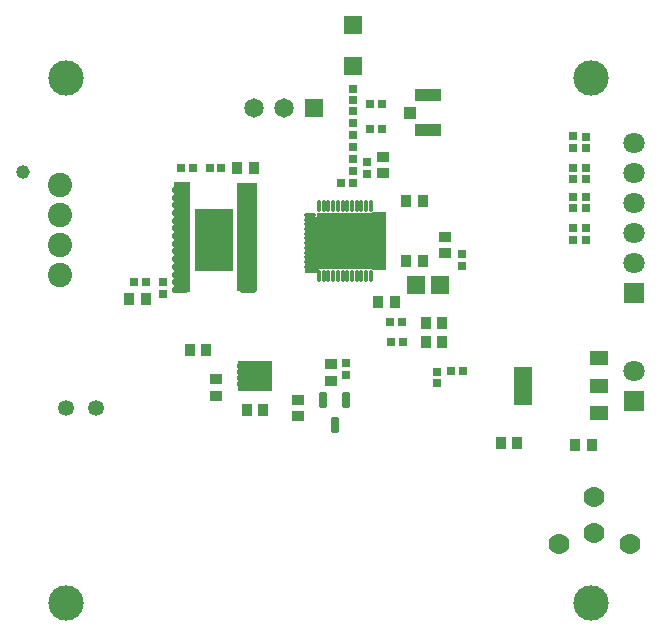
<source format=gbs>
G04*
G04 #@! TF.GenerationSoftware,Altium Limited,Altium Designer,21.5.1 (32)*
G04*
G04 Layer_Color=16711935*
%FSLAX25Y25*%
%MOIN*%
G70*
G04*
G04 #@! TF.SameCoordinates,C11210EE-706E-4053-A979-2A702EC27353*
G04*
G04*
G04 #@! TF.FilePolarity,Negative*
G04*
G01*
G75*
%ADD21R,0.06102X0.06496*%
%ADD23R,0.03740X0.04134*%
%ADD28R,0.02953X0.02559*%
%ADD30R,0.02559X0.02953*%
%ADD36C,0.06969*%
%ADD37C,0.07087*%
%ADD38R,0.07087X0.07087*%
%ADD39C,0.05315*%
%ADD40C,0.08091*%
%ADD41C,0.04638*%
%ADD42R,0.06496X0.06496*%
%ADD43C,0.06496*%
%ADD44C,0.11791*%
%ADD91R,0.05906X0.04724*%
%ADD92R,0.05906X0.12992*%
%ADD95R,0.01378X0.02264*%
%ADD96R,0.02264X0.01378*%
G04:AMPARAMS|DCode=97|XSize=51.18mil|YSize=23.62mil|CornerRadius=2.01mil|HoleSize=0mil|Usage=FLASHONLY|Rotation=270.000|XOffset=0mil|YOffset=0mil|HoleType=Round|Shape=RoundedRectangle|*
%AMROUNDEDRECTD97*
21,1,0.05118,0.01961,0,0,270.0*
21,1,0.04717,0.02362,0,0,270.0*
1,1,0.00402,-0.00980,-0.02358*
1,1,0.00402,-0.00980,0.02358*
1,1,0.00402,0.00980,0.02358*
1,1,0.00402,0.00980,-0.02358*
%
%ADD97ROUNDEDRECTD97*%
%ADD101R,0.08661X0.04134*%
%ADD102R,0.04134X0.03937*%
%ADD104R,0.05796X0.36507*%
%ADD105R,0.06709X0.36228*%
%ADD106R,0.11417X0.09998*%
%ADD107R,0.04706X0.19658*%
%ADD108R,0.04776X0.18799*%
%ADD109R,0.06496X0.06496*%
G04:AMPARAMS|DCode=110|XSize=19.68mil|YSize=55.12mil|CornerRadius=4.95mil|HoleSize=0mil|Usage=FLASHONLY|Rotation=270.000|XOffset=0mil|YOffset=0mil|HoleType=Round|Shape=RoundedRectangle|*
%AMROUNDEDRECTD110*
21,1,0.01968,0.04522,0,0,270.0*
21,1,0.00978,0.05512,0,0,270.0*
1,1,0.00990,-0.02261,-0.00489*
1,1,0.00990,-0.02261,0.00489*
1,1,0.00990,0.02261,0.00489*
1,1,0.00990,0.02261,-0.00489*
%
%ADD110ROUNDEDRECTD110*%
G04:AMPARAMS|DCode=111|XSize=127.95mil|YSize=209.84mil|CornerRadius=4.78mil|HoleSize=0mil|Usage=FLASHONLY|Rotation=0.000|XOffset=0mil|YOffset=0mil|HoleType=Round|Shape=RoundedRectangle|*
%AMROUNDEDRECTD111*
21,1,0.12795,0.20028,0,0,0.0*
21,1,0.11839,0.20984,0,0,0.0*
1,1,0.00957,0.05919,-0.10014*
1,1,0.00957,-0.05919,-0.10014*
1,1,0.00957,-0.05919,0.10014*
1,1,0.00957,0.05919,0.10014*
%
%ADD111ROUNDEDRECTD111*%
%ADD112O,0.01378X0.04331*%
%ADD113O,0.04331X0.01378*%
%ADD114R,0.18701X0.18701*%
%ADD115R,0.04134X0.03740*%
D21*
X374553Y131000D02*
D03*
X366679D02*
D03*
D23*
X369910Y111984D02*
D03*
X375422D02*
D03*
X369910Y118480D02*
D03*
X375422D02*
D03*
X419796Y77800D02*
D03*
X425308D02*
D03*
X394961Y78300D02*
D03*
X400472D02*
D03*
X271061Y126515D02*
D03*
X276573D02*
D03*
X312556Y170000D02*
D03*
X307044D02*
D03*
X363374Y139176D02*
D03*
X368886D02*
D03*
X315731Y89500D02*
D03*
X310219D02*
D03*
X368886Y159133D02*
D03*
X363374D02*
D03*
X291259Y109258D02*
D03*
X296771D02*
D03*
X354114Y125478D02*
D03*
X359625D02*
D03*
D28*
X358161Y118599D02*
D03*
X362099D02*
D03*
X358346Y111984D02*
D03*
X362283D02*
D03*
X378532Y102500D02*
D03*
X382469D02*
D03*
X276573Y131987D02*
D03*
X272636D02*
D03*
X288375Y170000D02*
D03*
X292312D02*
D03*
X301833D02*
D03*
X297896D02*
D03*
X351406Y183077D02*
D03*
X355343D02*
D03*
X355343Y191543D02*
D03*
X351406D02*
D03*
X341819Y165054D02*
D03*
X345756D02*
D03*
D30*
X345756Y196536D02*
D03*
Y192599D02*
D03*
X282500Y132027D02*
D03*
Y128090D02*
D03*
X373847Y98260D02*
D03*
Y102197D02*
D03*
X345756Y177171D02*
D03*
Y181108D02*
D03*
X343340Y101106D02*
D03*
Y105043D02*
D03*
X419000Y176639D02*
D03*
Y180577D02*
D03*
X419000Y156603D02*
D03*
Y160540D02*
D03*
X423493Y176561D02*
D03*
Y180498D02*
D03*
X423493Y156603D02*
D03*
Y160540D02*
D03*
X419000Y166256D02*
D03*
Y170193D02*
D03*
X419000Y146209D02*
D03*
Y150146D02*
D03*
X423493Y166256D02*
D03*
Y170193D02*
D03*
Y146209D02*
D03*
Y150146D02*
D03*
X381924Y141354D02*
D03*
Y137417D02*
D03*
X345756Y169213D02*
D03*
Y173150D02*
D03*
X350513Y168032D02*
D03*
Y171968D02*
D03*
X345756Y188894D02*
D03*
Y184957D02*
D03*
D36*
X414364Y44813D02*
D03*
X437986D02*
D03*
X426175Y48514D02*
D03*
Y60325D02*
D03*
D37*
X439500Y178500D02*
D03*
Y168500D02*
D03*
Y158500D02*
D03*
Y148500D02*
D03*
Y138500D02*
D03*
Y102500D02*
D03*
D38*
Y128500D02*
D03*
Y92500D02*
D03*
D39*
X260000Y90000D02*
D03*
X250000D02*
D03*
D40*
X248000Y134537D02*
D03*
Y144537D02*
D03*
Y154537D02*
D03*
Y164537D02*
D03*
D41*
X235598Y168738D02*
D03*
D42*
X332556Y190190D02*
D03*
D43*
X322556D02*
D03*
X312556D02*
D03*
D44*
X250000Y25000D02*
D03*
Y200000D02*
D03*
X425000D02*
D03*
Y25000D02*
D03*
D91*
X427598Y106555D02*
D03*
Y97500D02*
D03*
Y88445D02*
D03*
D92*
X402402Y97500D02*
D03*
D95*
X314500Y104633D02*
D03*
X312531D02*
D03*
X310563D02*
D03*
Y97448D02*
D03*
X312531D02*
D03*
X314500D02*
D03*
D96*
X307955Y103993D02*
D03*
Y102024D02*
D03*
Y100056D02*
D03*
Y98088D02*
D03*
X317108D02*
D03*
Y100056D02*
D03*
Y102024D02*
D03*
Y103993D02*
D03*
D97*
X339600Y84334D02*
D03*
X343340Y92601D02*
D03*
X335859D02*
D03*
D101*
X370638Y194307D02*
D03*
Y182693D02*
D03*
D102*
X364634Y188500D02*
D03*
D104*
X288627Y146914D02*
D03*
D105*
X310491Y147053D02*
D03*
D106*
X312979Y100726D02*
D03*
D107*
X354312Y145801D02*
D03*
D108*
X332041Y144262D02*
D03*
D109*
X345756Y204000D02*
D03*
Y217779D02*
D03*
D110*
X288083Y129428D02*
D03*
Y131987D02*
D03*
Y134546D02*
D03*
Y137105D02*
D03*
Y139664D02*
D03*
Y142223D02*
D03*
Y144782D02*
D03*
Y147341D02*
D03*
Y149900D02*
D03*
Y152460D02*
D03*
Y155019D02*
D03*
Y157578D02*
D03*
Y160137D02*
D03*
Y162696D02*
D03*
X310721Y129428D02*
D03*
Y131987D02*
D03*
Y134546D02*
D03*
Y137105D02*
D03*
Y139664D02*
D03*
Y142223D02*
D03*
Y144782D02*
D03*
Y147341D02*
D03*
Y149900D02*
D03*
Y152460D02*
D03*
Y155019D02*
D03*
Y157578D02*
D03*
Y160137D02*
D03*
Y162696D02*
D03*
D111*
X299402Y146062D02*
D03*
D112*
X351661Y134161D02*
D03*
X350087D02*
D03*
X348512D02*
D03*
X346937D02*
D03*
X345362D02*
D03*
X343787D02*
D03*
X342213D02*
D03*
X340638D02*
D03*
X339063D02*
D03*
X337488D02*
D03*
X335913D02*
D03*
X334339D02*
D03*
Y157389D02*
D03*
X335913D02*
D03*
X337488D02*
D03*
X339063D02*
D03*
X340638D02*
D03*
X342213D02*
D03*
X343787D02*
D03*
X345362D02*
D03*
X346937D02*
D03*
X348512D02*
D03*
X350087D02*
D03*
X351661D02*
D03*
D113*
X331386Y137114D02*
D03*
Y138689D02*
D03*
Y140263D02*
D03*
Y141838D02*
D03*
Y143413D02*
D03*
Y144988D02*
D03*
Y146563D02*
D03*
Y148137D02*
D03*
Y149712D02*
D03*
Y151287D02*
D03*
Y152862D02*
D03*
Y154437D02*
D03*
X354614D02*
D03*
Y152862D02*
D03*
Y151287D02*
D03*
Y149712D02*
D03*
Y148137D02*
D03*
Y146563D02*
D03*
Y144988D02*
D03*
Y143413D02*
D03*
Y141838D02*
D03*
Y140263D02*
D03*
Y138689D02*
D03*
Y137114D02*
D03*
D114*
X343000Y145775D02*
D03*
D115*
X300155Y99664D02*
D03*
Y94152D02*
D03*
X327361Y87335D02*
D03*
Y92846D02*
D03*
X338419Y99138D02*
D03*
Y104650D02*
D03*
X355539Y173806D02*
D03*
Y168294D02*
D03*
X376378Y141701D02*
D03*
Y147213D02*
D03*
M02*

</source>
